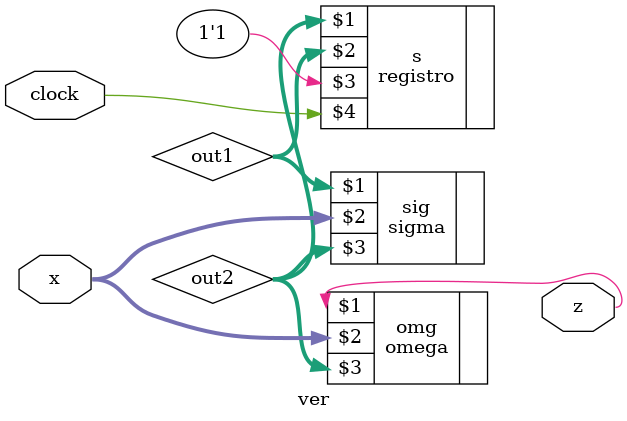
<source format=sv>
module ver(output z, input [1:0]x, input clock);

wire [1:0]out1;
wire [1:0]out2;

sigma sig(out1, x, out2);
registro s(out2,out1, 1'b1, clock);
omega omg(z, x, out2);

endmodule

</source>
